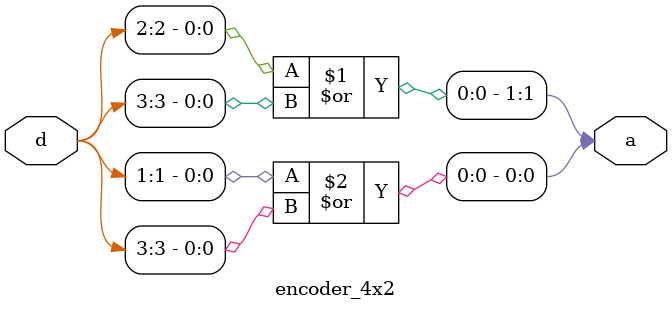
<source format=v>
module encoder_4x2(
    input wire [3:0] d,
    output wire [1:0] a
    );
    assign a[1] = d[2] | d[3];
    assign a[0] = d[1] | d[3];
endmodule

</source>
